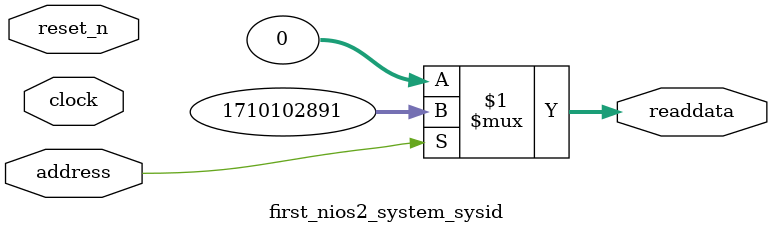
<source format=v>



// synthesis translate_off
`timescale 1ns / 1ps
// synthesis translate_on

// turn off superfluous verilog processor warnings 
// altera message_level Level1 
// altera message_off 10034 10035 10036 10037 10230 10240 10030 

module first_nios2_system_sysid (
               // inputs:
                address,
                clock,
                reset_n,

               // outputs:
                readdata
             )
;

  output  [ 31: 0] readdata;
  input            address;
  input            clock;
  input            reset_n;

  wire    [ 31: 0] readdata;
  //control_slave, which is an e_avalon_slave
  assign readdata = address ? 1710102891 : 0;

endmodule



</source>
